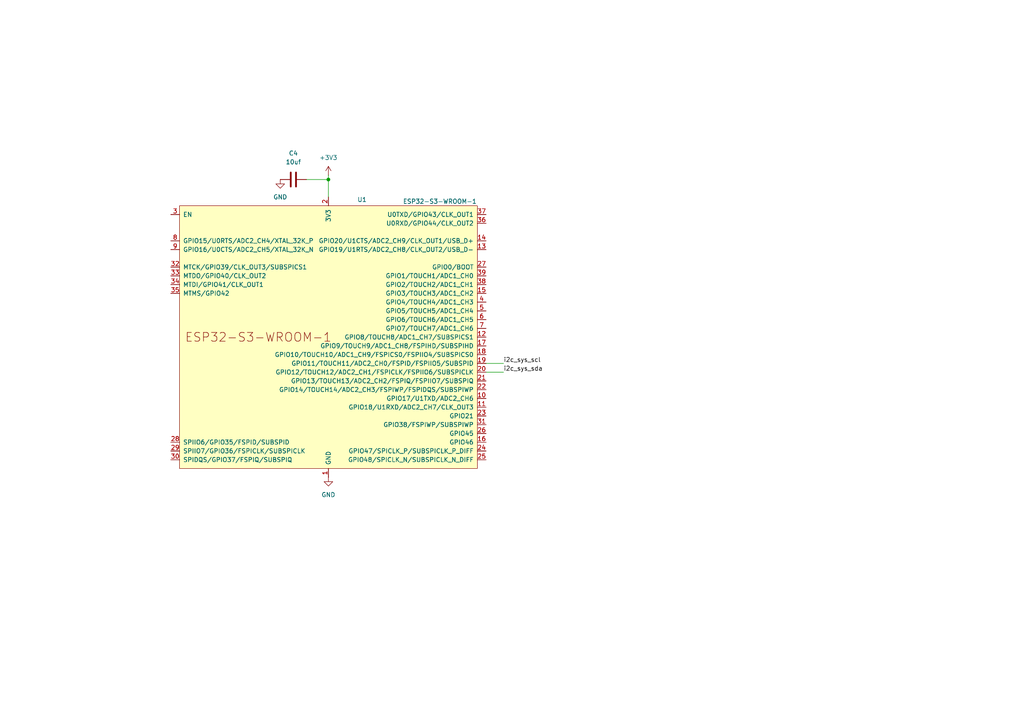
<source format=kicad_sch>
(kicad_sch (version 20240417) (generator "eeschema") (generator_version "8.99")
  (paper "A4")
  (lib_symbols
    (symbol "Device:C" (pin_numbers hide) (pin_names (offset 0.254))
      (property "Reference" "C" (at 0.635 2.54 0))
      (property "Value" "C" (at 0.635 -2.54 0))
      (symbol "C_0_1"
        (polyline (pts (xy -2.032 0.762) (xy 2.032 0.762)) (stroke (width 0.508)))
        (polyline (pts (xy -2.032 -0.762) (xy 2.032 -0.762)) (stroke (width 0.508)))
      )
      (symbol "C_1_1"
        (pin passive line (at 0 3.81 270) (length 2.794) (name "~") (number "1"))
        (pin passive line (at 0 -3.81 90) (length 2.794) (name "~") (number "2"))
      )
    )
    (symbol "PCM_Espressif:ESP32-S3-WROOM-1" (pin_names (offset 1.016))
      (property "Reference" "U" (at -43.18 43.18 0))
      (property "Value" "ESP32-S3-WROOM-1" (at -43.18 40.64 0))
      (symbol "ESP32-S3-WROOM-1_0_0"
        (text "ESP32-S3-WROOM-1" (at -20.32 0 0) (effects (font (size 2.54 2.54))))
        (pin power_in line (at 0 -40.64 90) (length 2.54) (name "GND") (number "1"))
        (pin bidirectional line (at 45.72 -17.78 180) (length 2.54) (name "GPIO17/U1TXD/ADC2_CH6") (number "10"))
        (pin bidirectional line (at 45.72 -20.32 180) (length 2.54) (name "GPIO18/U1RXD/ADC2_CH7/CLK_OUT3") (number "11"))
        (pin bidirectional line (at 45.72 0 180) (length 2.54) (name "GPIO8/TOUCH8/ADC1_CH7/SUBSPICS1") (number "12"))
        (pin bidirectional line (at 45.72 25.4 180) (length 2.54) (name "GPIO19/U1RTS/ADC2_CH8/CLK_OUT2/USB_D-") (number "13"))
        (pin bidirectional line (at 45.72 27.94 180) (length 2.54) (name "GPIO20/U1CTS/ADC2_CH9/CLK_OUT1/USB_D+") (number "14"))
        (pin bidirectional line (at 45.72 12.7 180) (length 2.54) (name "GPIO3/TOUCH3/ADC1_CH2") (number "15"))
        (pin bidirectional line (at 45.72 -30.48 180) (length 2.54) (name "GPIO46") (number "16"))
        (pin bidirectional line (at 45.72 -2.54 180) (length 2.54) (name "GPIO9/TOUCH9/ADC1_CH8/FSPIHD/SUBSPIHD") (number "17"))
        (pin bidirectional line (at 45.72 -5.08 180) (length 2.54) (name "GPIO10/TOUCH10/ADC1_CH9/FSPICS0/FSPIIO4/SUBSPICS0") (number "18"))
        (pin bidirectional line (at 45.72 -7.62 180) (length 2.54) (name "GPIO11/TOUCH11/ADC2_CH0/FSPID/FSPIIO5/SUBSPID") (number "19"))
        (pin power_in line (at 0 40.64 270) (length 2.54) (name "3V3") (number "2"))
        (pin bidirectional line (at 45.72 -10.16 180) (length 2.54) (name "GPIO12/TOUCH12/ADC2_CH1/FSPICLK/FSPIIO6/SUBSPICLK") (number "20"))
        (pin bidirectional line (at 45.72 -12.7 180) (length 2.54) (name "GPIO13/TOUCH13/ADC2_CH2/FSPIQ/FSPIIO7/SUBSPIQ") (number "21"))
        (pin bidirectional line (at 45.72 -15.24 180) (length 2.54) (name "GPIO14/TOUCH14/ADC2_CH3/FSPIWP/FSPIDQS/SUBSPIWP") (number "22"))
        (pin bidirectional line (at 45.72 -22.86 180) (length 2.54) (name "GPIO21") (number "23"))
        (pin bidirectional line (at 45.72 -33.02 180) (length 2.54) (name "GPIO47/SPICLK_P/SUBSPICLK_P_DIFF") (number "24"))
        (pin bidirectional line (at 45.72 -35.56 180) (length 2.54) (name "GPIO48/SPICLK_N/SUBSPICLK_N_DIFF") (number "25"))
        (pin bidirectional line (at 45.72 -27.94 180) (length 2.54) (name "GPIO45") (number "26"))
        (pin bidirectional line (at 45.72 20.32 180) (length 2.54) (name "GPIO0/BOOT") (number "27"))
        (pin bidirectional line (at -45.72 -30.48 0) (length 2.54) (name "SPIIO6/GPIO35/FSPID/SUBSPID") (number "28"))
        (pin bidirectional line (at -45.72 -33.02 0) (length 2.54) (name "SPIIO7/GPIO36/FSPICLK/SUBSPICLK") (number "29"))
        (pin input line (at -45.72 35.56 0) (length 2.54) (name "EN") (number "3"))
        (pin bidirectional line (at -45.72 -35.56 0) (length 2.54) (name "SPIDQS/GPIO37/FSPIQ/SUBSPIQ") (number "30"))
        (pin bidirectional line (at 45.72 -25.4 180) (length 2.54) (name "GPIO38/FSPIWP/SUBSPIWP") (number "31"))
        (pin bidirectional line (at -45.72 20.32 0) (length 2.54) (name "MTCK/GPIO39/CLK_OUT3/SUBSPICS1") (number "32"))
        (pin bidirectional line (at -45.72 17.78 0) (length 2.54) (name "MTDO/GPIO40/CLK_OUT2") (number "33"))
        (pin bidirectional line (at -45.72 15.24 0) (length 2.54) (name "MTDI/GPIO41/CLK_OUT1") (number "34"))
        (pin bidirectional line (at -45.72 12.7 0) (length 2.54) (name "MTMS/GPIO42") (number "35"))
        (pin bidirectional line (at 45.72 33.02 180) (length 2.54) (name "U0RXD/GPIO44/CLK_OUT2") (number "36"))
        (pin bidirectional line (at 45.72 35.56 180) (length 2.54) (name "U0TXD/GPIO43/CLK_OUT1") (number "37"))
        (pin bidirectional line (at 45.72 15.24 180) (length 2.54) (name "GPIO2/TOUCH2/ADC1_CH1") (number "38"))
        (pin bidirectional line (at 45.72 17.78 180) (length 2.54) (name "GPIO1/TOUCH1/ADC1_CH0") (number "39"))
        (pin bidirectional line (at 45.72 10.16 180) (length 2.54) (name "GPIO4/TOUCH4/ADC1_CH3") (number "4"))
        (pin passive line (at 0 -40.64 90) (length 2.54) hide (name "GND") (number "40"))
        (pin passive line (at 0 -40.64 90) (length 2.54) hide (name "GND") (number "41"))
        (pin bidirectional line (at 45.72 7.62 180) (length 2.54) (name "GPIO5/TOUCH5/ADC1_CH4") (number "5"))
        (pin bidirectional line (at 45.72 5.08 180) (length 2.54) (name "GPIO6/TOUCH6/ADC1_CH5") (number "6"))
        (pin bidirectional line (at 45.72 2.54 180) (length 2.54) (name "GPIO7/TOUCH7/ADC1_CH6") (number "7"))
        (pin bidirectional line (at -45.72 27.94 0) (length 2.54) (name "GPIO15/U0RTS/ADC2_CH4/XTAL_32K_P") (number "8"))
        (pin bidirectional line (at -45.72 25.4 0) (length 2.54) (name "GPIO16/U0CTS/ADC2_CH5/XTAL_32K_N") (number "9"))
      )
      (symbol "ESP32-S3-WROOM-1_0_1"
        (rectangle (start -43.18 38.1) (end 43.18 -38.1) (fill (type background)))
      )
    )
    (symbol "power:+3V3" (power) (pin_numbers hide) (pin_names (offset 0) hide)
      (property "Value" "+3V3" (at 0 3.556 0))
      (symbol "+3V3_0_1"
        (polyline (pts (xy -0.762 1.27) (xy 0 2.54)))
        (polyline (pts (xy 0 2.54) (xy 0.762 1.27)))
        (polyline (pts (xy 0 0) (xy 0 2.54)))
      )
      (symbol "+3V3_1_1"
        (pin power_in line (at 0 0 90) (length 0) (name "~") (number "1"))
      )
    )
    (symbol "power:GND" (power) (pin_numbers hide) (pin_names (offset 0) hide)
      (property "Value" "GND" (at 0 -3.81 0))
      (symbol "GND_0_1"
        (polyline (pts (xy 0 0) (xy 0 -1.27) (xy 1.27 -1.27) (xy 0 -2.54) (xy -1.27 -1.27) (xy 0 -1.27)))
      )
      (symbol "GND_1_1"
        (pin power_in line (at 0 0 270) (length 0) (name "~") (number "1"))
      )
    )
  )
  (junction (at 95.25 52.07))
  (wire (pts (xy 88.9 52.07) (xy 95.25 52.07)))
  (wire (pts (xy 95.25 52.07) (xy 95.25 57.15)))
  (wire (pts (xy 140.97 107.95) (xy 146.05 107.95)))
  (wire (pts (xy 95.25 50.8) (xy 95.25 52.07)))
  (wire (pts (xy 140.97 105.41) (xy 146.05 105.41)))
  (label "i2c_sys_sda" (at 146.05 107.95 0))
  (label "i2c_sys_scl" (at 146.05 105.41 0))
  (symbol (lib_id "power:GND") (at 81.28 52.07 0) (unit 1)
    (property "Reference" "#PWR05" (effects (hide yes)))
    (property "Value" "GND" (at 81.28 57.15 0))
    (property "Description" "Power symbol creates a global label with name \"GND\" , ground" (effects (hide yes)))
  )
  (symbol (lib_id "Device:C") (at 85.09 52.07 90) (unit 1)
    (property "Reference" "C4" (at 85.09 44.45 90))
    (property "Value" "10uf" (at 85.09 46.99 90))
    (property "Description" "Unpolarized capacitor" (effects (hide yes)))
  )
  (symbol (lib_id "power:+3V3") (at 95.25 50.8 0) (unit 1)
    (property "Reference" "#PWR025" (effects (hide yes)))
    (property "Value" "+3V3" (at 95.25 45.72 0))
    (property "Description" "Power symbol creates a global label with name \"+3V3\"" (effects (hide yes)))
  )
  (symbol (lib_id "PCM_Espressif:ESP32-S3-WROOM-1") (at 95.25 97.79 0) (unit 1)
    (property "Reference" "U1" (at 103.632 57.912 0) (effects (justify left)))
    (property "Value" "ESP32-S3-WROOM-1" (at 116.84 58.42 0) (effects (justify left)))
    (property "Footprint" "PCM_Espressif:ESP32-S3-WROOM-1" (effects (hide yes)))
    (property "Datasheet" "https://www.espressif.com/sites/default/files/documentation/esp32-s3-wroom-1_wroom-1u_datasheet_en.pdf" (effects (hide yes)))
  )
  (symbol (lib_id "power:GND") (at 95.25 138.43 0) (unit 1)
    (property "Reference" "#PWR06" (effects (hide yes)))
    (property "Value" "GND" (at 95.25 143.51 0))
    (property "Description" "Power symbol creates a global label with name \"GND\" , ground" (effects (hide yes)))
  )
)
</source>
